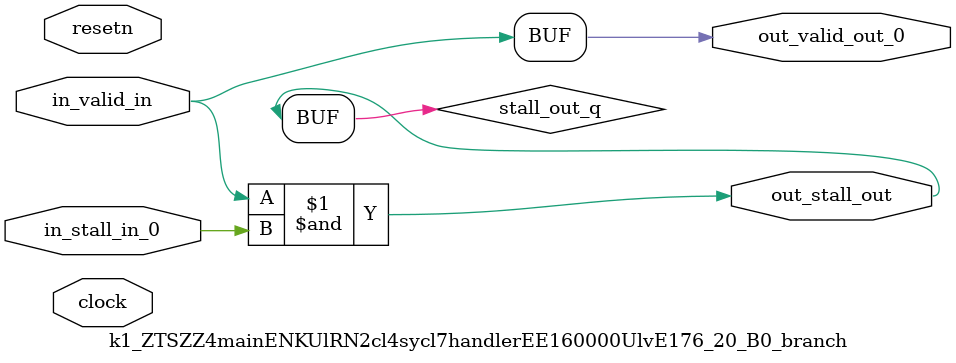
<source format=sv>



(* altera_attribute = "-name AUTO_SHIFT_REGISTER_RECOGNITION OFF; -name MESSAGE_DISABLE 10036; -name MESSAGE_DISABLE 10037; -name MESSAGE_DISABLE 14130; -name MESSAGE_DISABLE 14320; -name MESSAGE_DISABLE 15400; -name MESSAGE_DISABLE 14130; -name MESSAGE_DISABLE 10036; -name MESSAGE_DISABLE 12020; -name MESSAGE_DISABLE 12030; -name MESSAGE_DISABLE 12010; -name MESSAGE_DISABLE 12110; -name MESSAGE_DISABLE 14320; -name MESSAGE_DISABLE 13410; -name MESSAGE_DISABLE 113007; -name MESSAGE_DISABLE 10958" *)
module k1_ZTSZZ4mainENKUlRN2cl4sycl7handlerEE160000UlvE176_20_B0_branch (
    input wire [0:0] in_stall_in_0,
    input wire [0:0] in_valid_in,
    output wire [0:0] out_stall_out,
    output wire [0:0] out_valid_out_0,
    input wire clock,
    input wire resetn
    );

    wire [0:0] stall_out_q;


    // stall_out(LOGICAL,6)
    assign stall_out_q = in_valid_in & in_stall_in_0;

    // out_stall_out(GPOUT,4)
    assign out_stall_out = stall_out_q;

    // out_valid_out_0(GPOUT,5)
    assign out_valid_out_0 = in_valid_in;

endmodule

</source>
